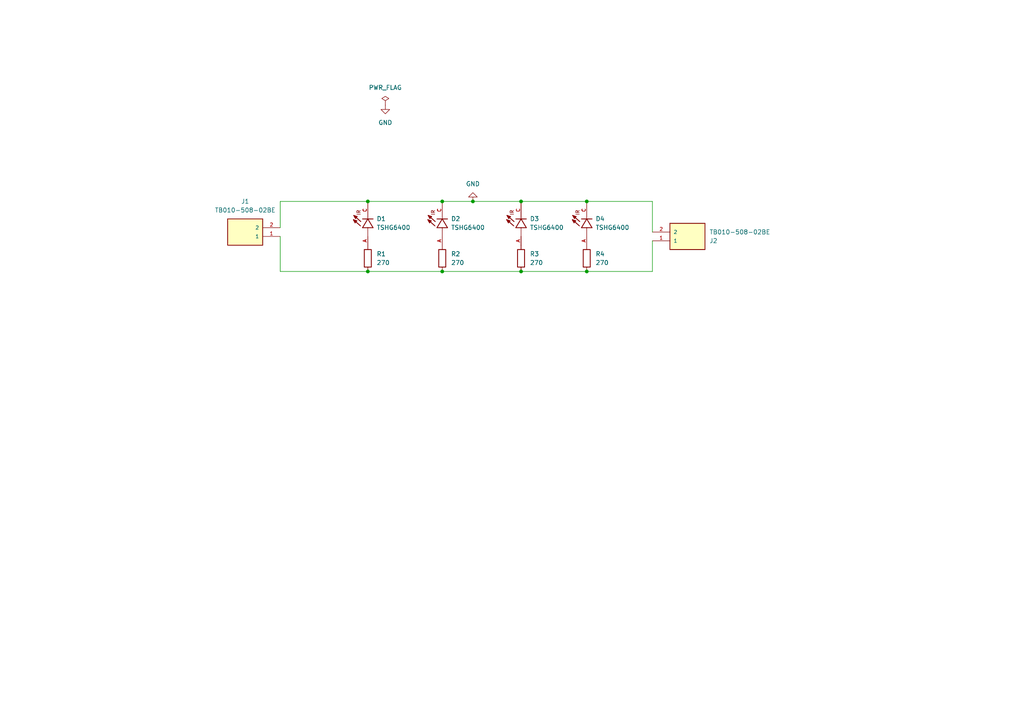
<source format=kicad_sch>
(kicad_sch (version 20230121) (generator eeschema)
  (paper "A4")
  (lib_symbols
    (symbol "Device:R" (pin_numbers hide) (pin_names (offset 0))
      (property "Reference" "R" (at 2.032 0 90))
      (property "Value" "R" (at 0 0 90))
      (symbol "R_0_1"
        (rectangle (start -1.016 -2.54) (end 1.016 2.54) (stroke (width 0.254)))
      )
      (symbol "R_1_1"
        (pin passive line (at 0 3.81 270) (length 1.27) (name "~") (number "1"))
        (pin passive line (at 0 -3.81 90) (length 1.27) (name "~") (number "2"))
      )
    )
    (symbol "camtrap-leds:TB010-508-02BE" (pin_names (offset 1.016))
      (property "Reference" "J" (at -5.58 5.08 0))
      (property "Value" "TB010-508-02BE" (at -5.08 -5.08 0))
      (symbol "TB010-508-02BE_0_0"
        (rectangle (start -5.08 -2.54) (end 5.08 5.08) (stroke (width 0.254)) (fill (type background)))
        (pin passive line (at -10.16 2.54 0) (length 5.08) (name "1") (number "1"))
        (pin passive line (at -10.16 0 0) (length 5.08) (name "2") (number "2"))
      )
    )
    (symbol "camtrap-leds:TSHG6400" (pin_names (offset 1.016))
      (property "Reference" "D" (at -3.556 4.826 0))
      (property "Value" "TSHG6400" (at -3.556 -3.302 0))
      (symbol "TSHG6400_0_0"
        (polyline (pts (xy -2.54 -1.524) (xy 0 0)) (stroke (width 0.254)))
        (polyline (pts (xy -2.54 0) (xy -5.08 0)) (stroke (width 0.1524)))
        (polyline (pts (xy -2.54 0) (xy -2.54 -1.524)) (stroke (width 0.254)))
        (polyline (pts (xy -2.54 1.524) (xy -2.54 0)) (stroke (width 0.254)))
        (polyline (pts (xy -1.1176 3.683) (xy -0.2286 4.1656)) (stroke (width 0.254)))
        (polyline (pts (xy -0.9398 3.6068) (xy -0.7112 3.7592)) (stroke (width 0.254)))
        (polyline (pts (xy -0.5588 3.2004) (xy -1.1176 3.683)) (stroke (width 0.254)))
        (polyline (pts (xy -0.5588 3.2004) (xy -0.5334 3.937)) (stroke (width 0.254)))
        (polyline (pts (xy -0.5334 3.937) (xy -0.6604 3.937)) (stroke (width 0.254)))
        (polyline (pts (xy -0.2286 4.1656) (xy -2.0066 2.1336)) (stroke (width 0.254)))
        (polyline (pts (xy -0.2286 4.1656) (xy -0.5588 3.2004)) (stroke (width 0.254)))
        (polyline (pts (xy 0 0) (xy -2.54 1.524)) (stroke (width 0.254)))
        (polyline (pts (xy 0 1.524) (xy 0 -1.524)) (stroke (width 0.254)))
        (polyline (pts (xy 0.127 3.5814) (xy 1.016 4.064)) (stroke (width 0.254)))
        (polyline (pts (xy 0.3048 3.5052) (xy 0.5334 3.6576)) (stroke (width 0.254)))
        (polyline (pts (xy 0.6858 3.0988) (xy 0.127 3.5814)) (stroke (width 0.254)))
        (polyline (pts (xy 0.6858 3.0988) (xy 0.7112 3.8354)) (stroke (width 0.254)))
        (polyline (pts (xy 0.7112 3.8354) (xy 0.5842 3.8354)) (stroke (width 0.254)))
        (polyline (pts (xy 1.016 4.064) (xy -0.762 2.032)) (stroke (width 0.254)))
        (polyline (pts (xy 1.016 4.064) (xy 0.6858 3.0988)) (stroke (width 0.254)))
        (text "IR" (at 1.016 2.032 0) (effects (font (size 1.016 1.016)) (justify left bottom)))
        (pin passive line (at -7.62 0 0) (length 2.54) (name "~") (number "A"))
        (pin passive line (at 5.08 0 180) (length 5.08) (name "~") (number "C"))
      )
    )
    (symbol "power:GND" (power) (pin_names (offset 0))
      (property "Value" "GND" (at 0 -3.81 0))
      (symbol "GND_0_1"
        (polyline (pts (xy 0 0) (xy 0 -1.27) (xy 1.27 -1.27) (xy 0 -2.54) (xy -1.27 -1.27) (xy 0 -1.27)))
      )
      (symbol "GND_1_1"
        (pin power_in line (at 0 0 270) (length 0) hide (name "GND") (number "1"))
      )
    )
    (symbol "power:PWR_FLAG" (power) (pin_numbers hide) (pin_names (offset 0) hide)
      (property "Value" "PWR_FLAG" (at 0 3.81 0))
      (symbol "PWR_FLAG_0_0"
        (pin power_out line (at 0 0 90) (length 0) (name "pwr") (number "1"))
      )
      (symbol "PWR_FLAG_0_1"
        (polyline (pts (xy 0 0) (xy 0 1.27) (xy -1.016 1.905) (xy 0 2.54) (xy 1.016 1.905) (xy 0 1.27)))
      )
    )
  )
  (junction (at 170.18 78.74))
  (junction (at 128.27 58.42))
  (junction (at 106.68 58.42))
  (junction (at 170.18 58.42))
  (junction (at 128.27 78.74))
  (junction (at 151.13 78.74))
  (junction (at 151.13 58.42))
  (junction (at 106.68 78.74))
  (junction (at 137.16 58.42))
  (wire (pts (xy 81.28 78.74) (xy 106.68 78.74)))
  (wire (pts (xy 106.68 78.74) (xy 128.27 78.74)))
  (wire (pts (xy 81.28 66.04) (xy 81.28 58.42)))
  (wire (pts (xy 106.68 58.42) (xy 128.27 58.42)))
  (wire (pts (xy 189.23 67.31) (xy 189.23 58.42)))
  (wire (pts (xy 128.27 78.74) (xy 151.13 78.74)))
  (wire (pts (xy 151.13 58.42) (xy 170.18 58.42)))
  (wire (pts (xy 81.28 58.42) (xy 106.68 58.42)))
  (wire (pts (xy 128.27 58.42) (xy 137.16 58.42)))
  (wire (pts (xy 137.16 58.42) (xy 151.13 58.42)))
  (wire (pts (xy 189.23 78.74) (xy 170.18 78.74)))
  (wire (pts (xy 81.28 68.58) (xy 81.28 78.74)))
  (wire (pts (xy 189.23 69.85) (xy 189.23 78.74)))
  (wire (pts (xy 151.13 78.74) (xy 170.18 78.74)))
  (wire (pts (xy 189.23 58.42) (xy 170.18 58.42)))
  (symbol (lib_id "camtrap-leds:TSHG6400") (at 128.27 63.5 90) (unit 1)
    (property "Reference" "D2" (at 130.81 63.4613 90) (effects (justify right)))
    (property "Value" "TSHG6400" (at 130.81 66.0013 90) (effects (justify right)))
    (property "Footprint" "camtrap-led:LEDRD254W55D595H900" (effects hide))
    (property "MF" "Vishay Semiconductor" (effects hide))
    (property "MAXIMUM_PACKAGE_HEIGHT" "9.0mm" (effects hide))
    (property "Package" "Radial Vishay Semiconductor" (effects hide))
    (property "Price" "None" (effects hide))
    (property "Check_prices" "https://www.snapeda.com/parts/TSHG6400/Vishay+Semiconductor+Opto+Division/view-part/?ref=eda" (effects hide))
    (property "STANDARD" "IPC-7351B" (effects hide))
    (property "PARTREV" "1.2" (effects hide))
    (property "SnapEDA_Link" "https://www.snapeda.com/parts/TSHG6400/Vishay+Semiconductor+Opto+Division/view-part/?ref=snap" (effects hide))
    (property "MP" "TSHG6400" (effects hide))
    (property "Purchase-URL" "https://www.snapeda.com/api/url_track_click_mouser/?unipart_id=459350&manufacturer=Vishay Semiconductor&part_name=TSHG6400&search_term=tshg6400" (effects hide))
    (property "Description" "\nInfrared (IR) Emitter 850nm 1.5V 100mA 45mW/sr @ 100mA 44° Radial, 5mm Dia (T 1 3/4)\n" (effects hide))
    (property "Availability" "In Stock" (effects hide))
    (property "MANUFACTURER" "Vishay" (effects hide))
  )
  (symbol (lib_id "Device:R") (at 106.68 74.93 0) (unit 1)
    (property "Reference" "R1" (at 109.22 73.66 0) (effects (justify left)))
    (property "Value" "270" (at 109.22 76.2 0) (effects (justify left)))
    (property "Footprint" "Resistor_SMD:R_0805_2012Metric_Pad1.20x1.40mm_HandSolder" (effects hide))
  )
  (symbol (lib_id "power:PWR_FLAG") (at 111.76 30.48 0) (unit 1)
    (property "Reference" "#FLG01" (effects hide))
    (property "Value" "PWR_FLAG" (at 111.76 25.4 0))
  )
  (symbol (lib_id "Device:R") (at 151.13 74.93 0) (unit 1)
    (property "Reference" "R3" (at 153.67 73.66 0) (effects (justify left)))
    (property "Value" "270" (at 153.67 76.2 0) (effects (justify left)))
    (property "Footprint" "Resistor_SMD:R_0805_2012Metric_Pad1.20x1.40mm_HandSolder" (effects hide))
  )
  (symbol (lib_id "camtrap-leds:TSHG6400") (at 106.68 63.5 90) (unit 1)
    (property "Reference" "D1" (at 109.22 63.4613 90) (effects (justify right)))
    (property "Value" "TSHG6400" (at 109.22 66.0013 90) (effects (justify right)))
    (property "Footprint" "camtrap-led:LEDRD254W55D595H900" (effects hide))
    (property "MF" "Vishay Semiconductor" (effects hide))
    (property "MAXIMUM_PACKAGE_HEIGHT" "9.0mm" (effects hide))
    (property "Package" "Radial Vishay Semiconductor" (effects hide))
    (property "Price" "None" (effects hide))
    (property "Check_prices" "https://www.snapeda.com/parts/TSHG6400/Vishay+Semiconductor+Opto+Division/view-part/?ref=eda" (effects hide))
    (property "STANDARD" "IPC-7351B" (effects hide))
    (property "PARTREV" "1.2" (effects hide))
    (property "SnapEDA_Link" "https://www.snapeda.com/parts/TSHG6400/Vishay+Semiconductor+Opto+Division/view-part/?ref=snap" (effects hide))
    (property "MP" "TSHG6400" (effects hide))
    (property "Purchase-URL" "https://www.snapeda.com/api/url_track_click_mouser/?unipart_id=459350&manufacturer=Vishay Semiconductor&part_name=TSHG6400&search_term=tshg6400" (effects hide))
    (property "Description" "\nInfrared (IR) Emitter 850nm 1.5V 100mA 45mW/sr @ 100mA 44° Radial, 5mm Dia (T 1 3/4)\n" (effects hide))
    (property "Availability" "In Stock" (effects hide))
    (property "MANUFACTURER" "Vishay" (effects hide))
  )
  (symbol (lib_id "camtrap-leds:TB010-508-02BE") (at 199.39 67.31 0) (mirror x) (unit 1)
    (property "Reference" "J2" (at 205.74 69.85 0) (effects (justify left)))
    (property "Value" "TB010-508-02BE" (at 205.74 67.31 0) (effects (justify left)))
    (property "Footprint" "camtrap-led:CUI_TB010-508-02BE" (effects hide))
    (property "MF" "Same Sky" (effects hide))
    (property "Description" "\n2~24 Poles, Screw Type, Horizontal, 5.08 Pitch, 26~12 (AWG), Terminal Block Connector\n" (effects hide))
    (property "Package" "None" (effects hide))
    (property "Price" "None" (effects hide))
    (property "Check_prices" "https://www.snapeda.com/parts/TB010-508-02BE/Same+Sky/view-part/?ref=eda" (effects hide))
    (property "STANDARD" "Manufacturer Recommendations" (effects hide))
    (property "SnapEDA_Link" "https://www.snapeda.com/parts/TB010-508-02BE/Same+Sky/view-part/?ref=snap" (effects hide))
    (property "MP" "TB010-508-02BE" (effects hide))
    (property "Purchase-URL" "https://www.snapeda.com/api/url_track_click_mouser/?unipart_id=3591557&manufacturer=Same Sky&part_name=TB010-508-02BE&search_term=screw terminal 2 pole" (effects hide))
    (property "Availability" "In Stock" (effects hide))
    (property "MANUFACTURER" "CUI" (effects hide))
  )
  (symbol (lib_id "camtrap-leds:TSHG6400") (at 170.18 63.5 90) (unit 1)
    (property "Reference" "D4" (at 172.72 63.4613 90) (effects (justify right)))
    (property "Value" "TSHG6400" (at 172.72 66.0013 90) (effects (justify right)))
    (property "Footprint" "camtrap-led:LEDRD254W55D595H900" (effects hide))
    (property "MF" "Vishay Semiconductor" (effects hide))
    (property "MAXIMUM_PACKAGE_HEIGHT" "9.0mm" (effects hide))
    (property "Package" "Radial Vishay Semiconductor" (effects hide))
    (property "Price" "None" (effects hide))
    (property "Check_prices" "https://www.snapeda.com/parts/TSHG6400/Vishay+Semiconductor+Opto+Division/view-part/?ref=eda" (effects hide))
    (property "STANDARD" "IPC-7351B" (effects hide))
    (property "PARTREV" "1.2" (effects hide))
    (property "SnapEDA_Link" "https://www.snapeda.com/parts/TSHG6400/Vishay+Semiconductor+Opto+Division/view-part/?ref=snap" (effects hide))
    (property "MP" "TSHG6400" (effects hide))
    (property "Purchase-URL" "https://www.snapeda.com/api/url_track_click_mouser/?unipart_id=459350&manufacturer=Vishay Semiconductor&part_name=TSHG6400&search_term=tshg6400" (effects hide))
    (property "Description" "\nInfrared (IR) Emitter 850nm 1.5V 100mA 45mW/sr @ 100mA 44° Radial, 5mm Dia (T 1 3/4)\n" (effects hide))
    (property "Availability" "In Stock" (effects hide))
    (property "MANUFACTURER" "Vishay" (effects hide))
  )
  (symbol (lib_id "camtrap-leds:TB010-508-02BE") (at 71.12 66.04 180) (unit 1)
    (property "Reference" "J1" (at 71.12 58.42 0))
    (property "Value" "TB010-508-02BE" (at 71.12 60.96 0))
    (property "Footprint" "camtrap-led:CUI_TB010-508-02BE" (effects hide))
    (property "MF" "Same Sky" (effects hide))
    (property "Description" "\n2~24 Poles, Screw Type, Horizontal, 5.08 Pitch, 26~12 (AWG), Terminal Block Connector\n" (effects hide))
    (property "Package" "None" (effects hide))
    (property "Price" "None" (effects hide))
    (property "Check_prices" "https://www.snapeda.com/parts/TB010-508-02BE/Same+Sky/view-part/?ref=eda" (effects hide))
    (property "STANDARD" "Manufacturer Recommendations" (effects hide))
    (property "SnapEDA_Link" "https://www.snapeda.com/parts/TB010-508-02BE/Same+Sky/view-part/?ref=snap" (effects hide))
    (property "MP" "TB010-508-02BE" (effects hide))
    (property "Purchase-URL" "https://www.snapeda.com/api/url_track_click_mouser/?unipart_id=3591557&manufacturer=Same Sky&part_name=TB010-508-02BE&search_term=screw terminal 2 pole" (effects hide))
    (property "Availability" "In Stock" (effects hide))
    (property "MANUFACTURER" "CUI" (effects hide))
  )
  (symbol (lib_id "Device:R") (at 170.18 74.93 0) (unit 1)
    (property "Reference" "R4" (at 172.72 73.66 0) (effects (justify left)))
    (property "Value" "270" (at 172.72 76.2 0) (effects (justify left)))
    (property "Footprint" "Resistor_SMD:R_0805_2012Metric_Pad1.20x1.40mm_HandSolder" (effects hide))
  )
  (symbol (lib_id "power:GND") (at 111.76 30.48 0) (unit 1)
    (property "Reference" "#PWR02" (effects hide))
    (property "Value" "GND" (at 111.76 35.56 0))
  )
  (symbol (lib_id "camtrap-leds:TSHG6400") (at 151.13 63.5 90) (unit 1)
    (property "Reference" "D3" (at 153.67 63.4613 90) (effects (justify right)))
    (property "Value" "TSHG6400" (at 153.67 66.0013 90) (effects (justify right)))
    (property "Footprint" "camtrap-led:LEDRD254W55D595H900" (effects hide))
    (property "MF" "Vishay Semiconductor" (effects hide))
    (property "MAXIMUM_PACKAGE_HEIGHT" "9.0mm" (effects hide))
    (property "Package" "Radial Vishay Semiconductor" (effects hide))
    (property "Price" "None" (effects hide))
    (property "Check_prices" "https://www.snapeda.com/parts/TSHG6400/Vishay+Semiconductor+Opto+Division/view-part/?ref=eda" (effects hide))
    (property "STANDARD" "IPC-7351B" (effects hide))
    (property "PARTREV" "1.2" (effects hide))
    (property "SnapEDA_Link" "https://www.snapeda.com/parts/TSHG6400/Vishay+Semiconductor+Opto+Division/view-part/?ref=snap" (effects hide))
    (property "MP" "TSHG6400" (effects hide))
    (property "Purchase-URL" "https://www.snapeda.com/api/url_track_click_mouser/?unipart_id=459350&manufacturer=Vishay Semiconductor&part_name=TSHG6400&search_term=tshg6400" (effects hide))
    (property "Description" "\nInfrared (IR) Emitter 850nm 1.5V 100mA 45mW/sr @ 100mA 44° Radial, 5mm Dia (T 1 3/4)\n" (effects hide))
    (property "Availability" "In Stock" (effects hide))
    (property "MANUFACTURER" "Vishay" (effects hide))
  )
  (symbol (lib_id "Device:R") (at 128.27 74.93 0) (unit 1)
    (property "Reference" "R2" (at 130.81 73.66 0) (effects (justify left)))
    (property "Value" "270" (at 130.81 76.2 0) (effects (justify left)))
    (property "Footprint" "Resistor_SMD:R_0805_2012Metric_Pad1.20x1.40mm_HandSolder" (effects hide))
  )
  (symbol (lib_id "power:GND") (at 137.16 58.42 180) (unit 1)
    (property "Reference" "#PWR01" (effects hide))
    (property "Value" "GND" (at 137.16 53.34 0))
  )
)
</source>
